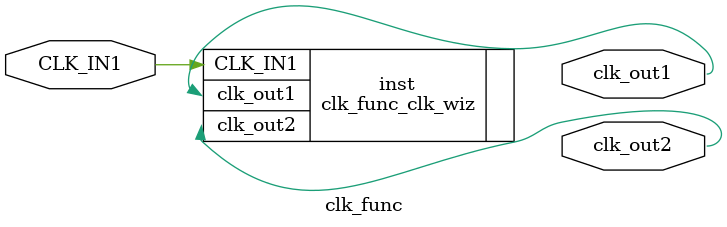
<source format=v>


`timescale 1ps/1ps

(* CORE_GENERATION_INFO = "clk_func,clk_wiz_v5_4_1_0,{component_name=clk_func,use_phase_alignment=true,use_min_o_jitter=false,use_max_i_jitter=false,use_dyn_phase_shift=false,use_inclk_switchover=false,use_dyn_reconfig=false,enable_axi=0,feedback_source=FDBK_AUTO,PRIMITIVE=MMCM,num_out_clk=2,clkin1_period=20.000,clkin2_period=10.0,use_power_down=false,use_reset=false,use_locked=false,use_inclk_stopped=false,feedback_type=SINGLE,CLOCK_MGR_TYPE=NA,manual_override=false}" *)

module clk_func 
 (
  // Clock out ports
  output        clk_out1,
  output        clk_out2,
 // Clock in ports
  input         CLK_IN1
 );

  clk_func_clk_wiz inst
  (
  // Clock out ports  
  .clk_out1(clk_out1),
  .clk_out2(clk_out2),
 // Clock in ports
  .CLK_IN1(CLK_IN1)
  );

endmodule

</source>
